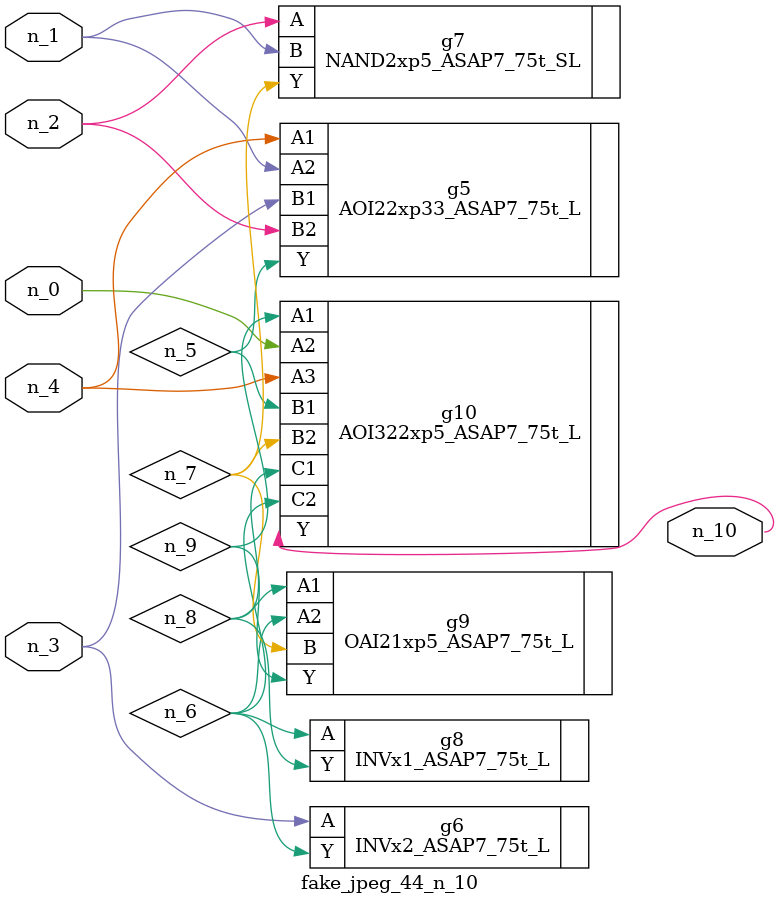
<source format=v>
module fake_jpeg_44_n_10 (n_3, n_2, n_1, n_0, n_4, n_10);

input n_3;
input n_2;
input n_1;
input n_0;
input n_4;

output n_10;

wire n_8;
wire n_9;
wire n_6;
wire n_5;
wire n_7;

AOI22xp33_ASAP7_75t_L g5 ( 
.A1(n_4),
.A2(n_1),
.B1(n_3),
.B2(n_2),
.Y(n_5)
);

INVx2_ASAP7_75t_L g6 ( 
.A(n_3),
.Y(n_6)
);

NAND2xp5_ASAP7_75t_SL g7 ( 
.A(n_2),
.B(n_1),
.Y(n_7)
);

INVx1_ASAP7_75t_L g8 ( 
.A(n_6),
.Y(n_8)
);

OAI21xp5_ASAP7_75t_L g9 ( 
.A1(n_8),
.A2(n_6),
.B(n_7),
.Y(n_9)
);

AOI322xp5_ASAP7_75t_L g10 ( 
.A1(n_9),
.A2(n_0),
.A3(n_4),
.B1(n_5),
.B2(n_7),
.C1(n_8),
.C2(n_6),
.Y(n_10)
);


endmodule
</source>
